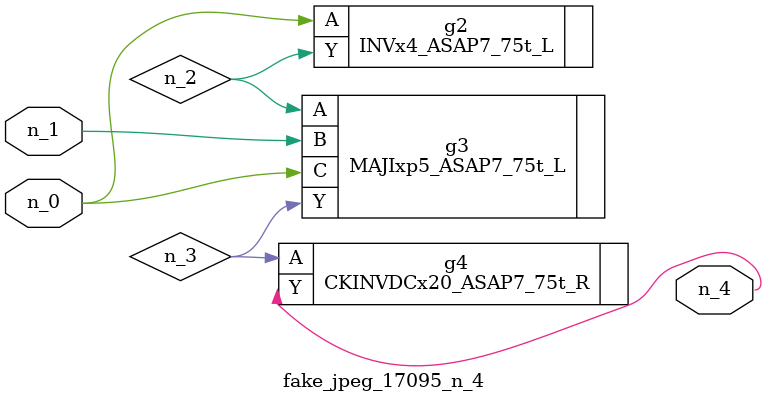
<source format=v>
module fake_jpeg_17095_n_4 (n_0, n_1, n_4);

input n_0;
input n_1;

output n_4;

wire n_2;
wire n_3;

INVx4_ASAP7_75t_L g2 ( 
.A(n_0),
.Y(n_2)
);

MAJIxp5_ASAP7_75t_L g3 ( 
.A(n_2),
.B(n_1),
.C(n_0),
.Y(n_3)
);

CKINVDCx20_ASAP7_75t_R g4 ( 
.A(n_3),
.Y(n_4)
);


endmodule
</source>
